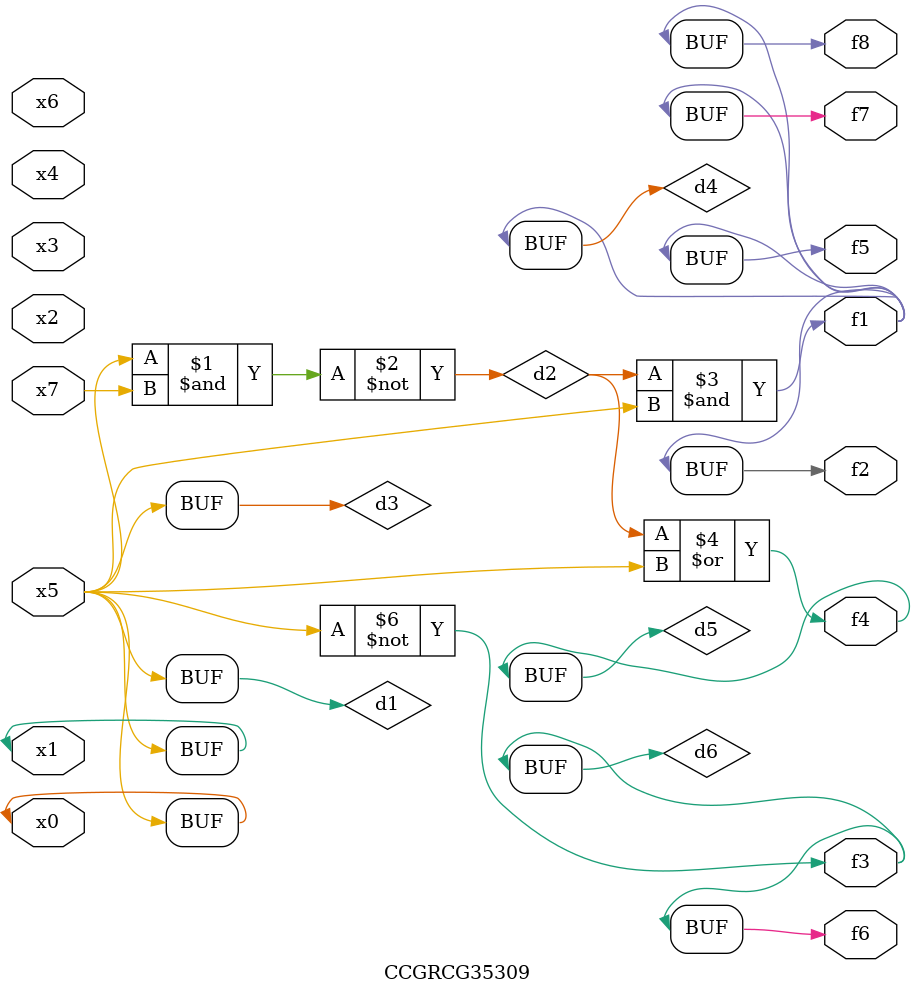
<source format=v>
module CCGRCG35309(
	input x0, x1, x2, x3, x4, x5, x6, x7,
	output f1, f2, f3, f4, f5, f6, f7, f8
);

	wire d1, d2, d3, d4, d5, d6;

	buf (d1, x0, x5);
	nand (d2, x5, x7);
	buf (d3, x0, x1);
	and (d4, d2, d3);
	or (d5, d2, d3);
	nor (d6, d1, d3);
	assign f1 = d4;
	assign f2 = d4;
	assign f3 = d6;
	assign f4 = d5;
	assign f5 = d4;
	assign f6 = d6;
	assign f7 = d4;
	assign f8 = d4;
endmodule

</source>
